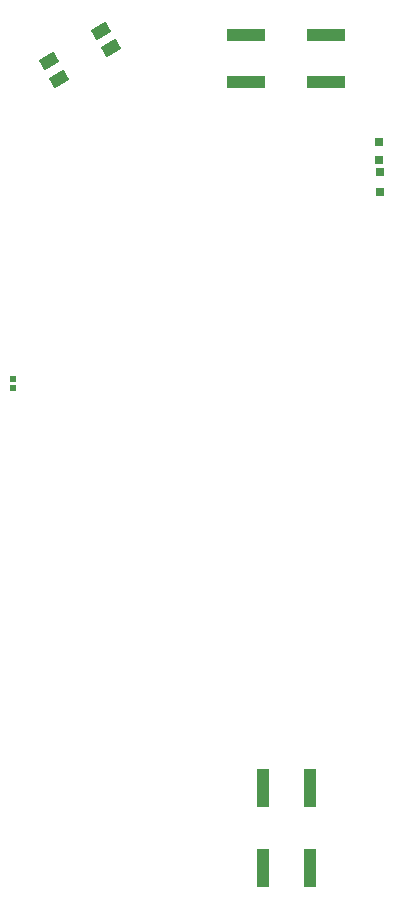
<source format=gbp>
%FSTAX23Y23*%
%MOIN*%
%SFA1B1*%

%IPPOS*%
%AMD24*
4,1,4,-0.014800,-0.031300,0.034500,-0.002800,0.014800,0.031300,-0.034500,0.002800,-0.014800,-0.031300,0.0*
%
G04~CAMADD=24~9~0.0~0.0~571.0~394.0~0.0~0.0~0~0.0~0.0~0.0~0.0~0~0.0~0.0~0.0~0.0~0~0.0~0.0~0.0~210.0~690.0~625.0*
%ADD24D24*%
%ADD34R,0.021300X0.022800*%
%ADD111R,0.039400X0.126000*%
%ADD112R,0.126000X0.039400*%
%ADD113R,0.031500X0.031500*%
%LNleft_board-1*%
%LPD*%
G54D24*
X02567Y04485D03*
X026Y04427D03*
X02391Y04383D03*
X02425Y04325D03*
G54D34*
X02271Y03322D03*
Y03292D03*
G54D111*
X03262Y01959D03*
Y01692D03*
X03105D03*
Y01959D03*
G54D112*
X03317Y04312D03*
X03049D03*
X03317Y04469D03*
X03049D03*
G54D113*
X03495Y04012D03*
Y03947D03*
X03494Y04114D03*
Y04055D03*
M02*
</source>
